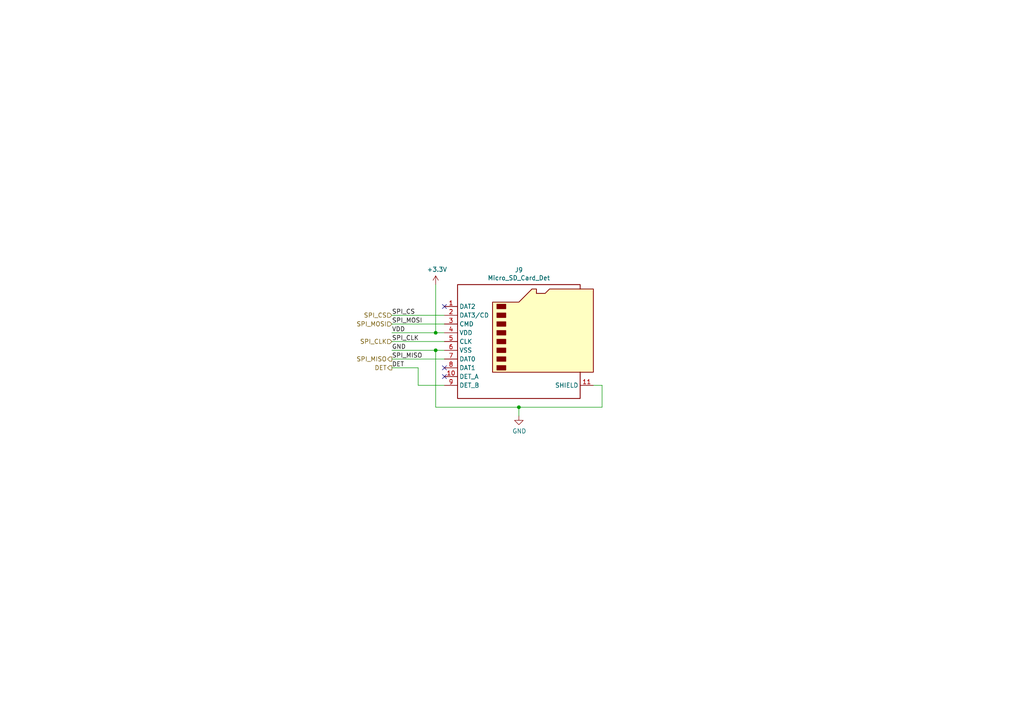
<source format=kicad_sch>
(kicad_sch (version 20230121) (generator eeschema)
  (paper "A4")
  (lib_symbols
    (symbol "Connector:Micro_SD_Card_Det2"
      (property "Reference" "J" (at -16.51 17.78 0))
      (property "Value" "Micro_SD_Card_Det2" (at 16.51 17.78 0))
      (symbol "Micro_SD_Card_Det2_0_1"
        (rectangle (start -7.62 -6.985) (end -5.08 -8.255) (stroke (width 0.254)) (fill (type outline)))
        (rectangle (start -7.62 -4.445) (end -5.08 -5.715) (stroke (width 0.254)) (fill (type outline)))
        (rectangle (start -7.62 -1.905) (end -5.08 -3.175) (stroke (width 0.254)) (fill (type outline)))
        (rectangle (start -7.62 0.635) (end -5.08 -0.635) (stroke (width 0.254)) (fill (type outline)))
        (rectangle (start -7.62 3.175) (end -5.08 1.905) (stroke (width 0.254)) (fill (type outline)))
        (rectangle (start -7.62 5.715) (end -5.08 4.445) (stroke (width 0.254)) (fill (type outline)))
        (rectangle (start -7.62 8.255) (end -5.08 6.985) (stroke (width 0.254)) (fill (type outline)))
        (rectangle (start -7.62 10.795) (end -5.08 9.525) (stroke (width 0.254)) (fill (type outline)))
        (polyline (pts (xy 16.51 15.24) (xy 16.51 16.51) (xy -19.05 16.51) (xy -19.05 -16.51) (xy 16.51 -16.51) (xy 16.51 -8.89)) (stroke (width 0.254)))
        (polyline (pts (xy -8.89 -8.89) (xy -8.89 11.43) (xy -1.27 11.43) (xy 2.54 15.24) (xy 3.81 15.24) (xy 3.81 13.97) (xy 6.35 13.97) (xy 7.62 15.24) (xy 20.32 15.24) (xy 20.32 -8.89) (xy -8.89 -8.89)) (stroke (width 0.254)) (fill (type background)))
      )
      (symbol "Micro_SD_Card_Det2_1_1"
        (pin bidirectional line (at -22.86 10.16 0) (length 3.81) (name "DAT2") (number "1"))
        (pin passive line (at -22.86 -10.16 0) (length 3.81) (name "DET_A") (number "10"))
        (pin passive line (at 20.32 -12.7 180) (length 3.81) (name "SHIELD") (number "11"))
        (pin bidirectional line (at -22.86 7.62 0) (length 3.81) (name "DAT3/CD") (number "2"))
        (pin input line (at -22.86 5.08 0) (length 3.81) (name "CMD") (number "3"))
        (pin power_in line (at -22.86 2.54 0) (length 3.81) (name "VDD") (number "4"))
        (pin input line (at -22.86 0 0) (length 3.81) (name "CLK") (number "5"))
        (pin power_in line (at -22.86 -2.54 0) (length 3.81) (name "VSS") (number "6"))
        (pin bidirectional line (at -22.86 -5.08 0) (length 3.81) (name "DAT0") (number "7"))
        (pin bidirectional line (at -22.86 -7.62 0) (length 3.81) (name "DAT1") (number "8"))
        (pin passive line (at -22.86 -12.7 0) (length 3.81) (name "DET_B") (number "9"))
      )
    )
    (symbol "power:+3.3V" (power) (pin_names (offset 0))
      (property "Value" "+3.3V" (at 0 3.556 0))
      (symbol "+3.3V_0_1"
        (polyline (pts (xy -0.762 1.27) (xy 0 2.54)))
        (polyline (pts (xy 0 0) (xy 0 2.54)))
        (polyline (pts (xy 0 2.54) (xy 0.762 1.27)))
      )
      (symbol "+3.3V_1_1"
        (pin power_in line (at 0 0 90) (length 0) hide (name "+3.3V") (number "1"))
      )
    )
    (symbol "power:GND" (power) (pin_names (offset 0))
      (property "Value" "GND" (at 0 -3.81 0))
      (symbol "GND_0_1"
        (polyline (pts (xy 0 0) (xy 0 -1.27) (xy 1.27 -1.27) (xy 0 -2.54) (xy -1.27 -1.27) (xy 0 -1.27)))
      )
      (symbol "GND_1_1"
        (pin power_in line (at 0 0 270) (length 0) hide (name "GND") (number "1"))
      )
    )
  )
  (junction (at 150.495 118.11))
  (junction (at 126.365 101.6))
  (junction (at 126.365 96.52))
  (no_connect (at 128.905 109.22))
  (no_connect (at 128.905 106.68))
  (no_connect (at 128.905 88.9))
  (wire (pts (xy 150.495 120.65) (xy 150.495 118.11)))
  (wire (pts (xy 126.365 101.6) (xy 113.665 101.6)))
  (wire (pts (xy 126.365 118.11) (xy 126.365 101.6)))
  (wire (pts (xy 126.365 96.52) (xy 113.665 96.52)))
  (wire (pts (xy 150.495 118.11) (xy 126.365 118.11)))
  (wire (pts (xy 174.625 111.76) (xy 172.085 111.76)))
  (wire (pts (xy 126.365 82.55) (xy 126.365 96.52)))
  (wire (pts (xy 128.905 99.06) (xy 113.665 99.06)))
  (wire (pts (xy 128.905 101.6) (xy 126.365 101.6)))
  (wire (pts (xy 113.665 106.68) (xy 121.285 106.68)))
  (wire (pts (xy 150.495 118.11) (xy 174.625 118.11)))
  (wire (pts (xy 128.905 93.98) (xy 113.665 93.98)))
  (wire (pts (xy 174.625 118.11) (xy 174.625 111.76)))
  (wire (pts (xy 121.285 111.76) (xy 128.905 111.76)))
  (wire (pts (xy 121.285 106.68) (xy 121.285 111.76)))
  (wire (pts (xy 128.905 91.44) (xy 113.665 91.44)))
  (wire (pts (xy 128.905 96.52) (xy 126.365 96.52)))
  (wire (pts (xy 113.665 104.14) (xy 128.905 104.14)))
  (label "SPI_CLK" (at 113.665 99.06 0))
  (label "DET" (at 113.665 106.68 0))
  (label "SPI_CS" (at 113.665 91.44 0))
  (label "SPI_MISO" (at 113.665 104.14 0))
  (label "GND" (at 113.665 101.6 0))
  (label "SPI_MOSI" (at 113.665 93.98 0))
  (label "VDD" (at 113.665 96.52 0))
  (hierarchical_label "DET" (shape output) (at 113.665 106.68 180))
  (hierarchical_label "SPI_CS" (shape input) (at 113.665 91.44 180))
  (hierarchical_label "SPI_MISO" (shape output) (at 113.665 104.14 180))
  (hierarchical_label "SPI_MOSI" (shape input) (at 113.665 93.98 180))
  (hierarchical_label "SPI_CLK" (shape input) (at 113.665 99.06 180))
  (symbol (lib_id "Connector:Micro_SD_Card_Det2") (at 151.765 99.06 0) (unit 1)
    (property "Reference" "J9" (at 150.495 78.3082 0))
    (property "Value" "Micro_SD_Card_Det" (at 150.495 80.6196 0))
    (property "Footprint" "UTSVT_Connectors:microSD_HC_Hirose_DM3AT-SF-PEJM5" (effects hide))
    (property "Datasheet" "https://www.mouser.com/datasheet/2/185/DM3AT_SF_PEJM5_CL0609_0031_0_00_2DDrawing_00009471-1614303.pdf" (effects hide))
    (property "P/N" "DM3AT-SF-PEJM5" (effects hide))
  )
  (symbol (lib_id "power:GND") (at 150.495 120.65 0) (unit 1)
    (property "Reference" "#PWR0147" (effects hide))
    (property "Value" "GND" (at 150.622 125.0442 0))
    (instances (project "Telemetry-Primary" (path "" (reference "#PWR0147") (unit 1)) (path "" (reference "#PWR?") (unit 1))))
  )
  (symbol (lib_id "power:+3.3V") (at 126.365 82.55 0) (unit 1)
    (property "Reference" "#PWR0148" (effects hide))
    (property "Value" "+3.3V" (at 126.746 78.1558 0))
  )
)
</source>
